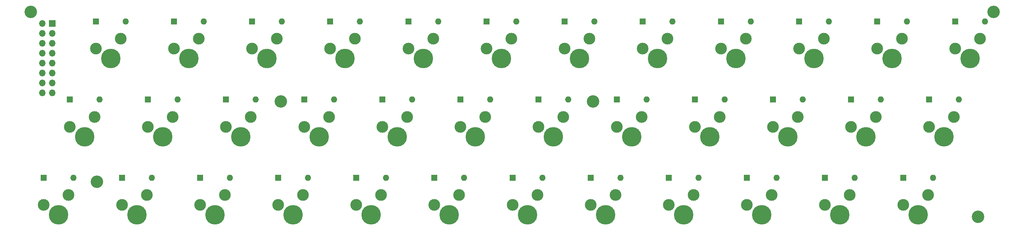
<source format=gbr>
%TF.GenerationSoftware,KiCad,Pcbnew,8.0.6*%
%TF.CreationDate,2026-02-10T22:10:33+01:00*%
%TF.ProjectId,keyboard,6b657962-6f61-4726-942e-6b696361645f,rev?*%
%TF.SameCoordinates,Original*%
%TF.FileFunction,Soldermask,Top*%
%TF.FilePolarity,Negative*%
%FSLAX46Y46*%
G04 Gerber Fmt 4.6, Leading zero omitted, Abs format (unit mm)*
G04 Created by KiCad (PCBNEW 8.0.6) date 2026-02-10 22:10:33*
%MOMM*%
%LPD*%
G01*
G04 APERTURE LIST*
%ADD10C,3.200000*%
%ADD11R,1.600000X1.600000*%
%ADD12O,1.600000X1.600000*%
%ADD13C,3.000000*%
%ADD14C,5.000000*%
%ADD15R,1.700000X1.700000*%
%ADD16O,1.700000X1.700000*%
G04 APERTURE END LIST*
D10*
%TO.C,REF\u002A\u002A*%
X272500000Y-85000000D03*
%TD*%
D11*
%TO.C,D27*%
X73356667Y-75000000D03*
D12*
X80976667Y-75000000D03*
%TD*%
D11*
%TO.C,D32*%
X173356667Y-75000000D03*
D12*
X180976667Y-75000000D03*
%TD*%
D13*
%TO.C,SW6*%
X146690000Y-41960000D03*
D14*
X150500000Y-44500000D03*
D13*
X153040000Y-39420000D03*
%TD*%
D11*
%TO.C,D10*%
X226690000Y-35000000D03*
D12*
X234310000Y-35000000D03*
%TD*%
D11*
%TO.C,D26*%
X53356667Y-75000000D03*
D12*
X60976667Y-75000000D03*
%TD*%
D13*
%TO.C,SW29*%
X113356667Y-81960000D03*
D14*
X117166667Y-84500000D03*
D13*
X119706667Y-79420000D03*
%TD*%
%TO.C,SW35*%
X233356667Y-81960000D03*
D14*
X237166667Y-84500000D03*
D13*
X239706667Y-79420000D03*
%TD*%
D11*
%TO.C,D22*%
X220023333Y-55000000D03*
D12*
X227643333Y-55000000D03*
%TD*%
D13*
%TO.C,SW4*%
X106690000Y-41960000D03*
D14*
X110500000Y-44500000D03*
D13*
X113040000Y-39420000D03*
%TD*%
%TO.C,SW13*%
X40023333Y-61960000D03*
D14*
X43833333Y-64500000D03*
D13*
X46373333Y-59420000D03*
%TD*%
%TO.C,SW1*%
X46690000Y-41960000D03*
D14*
X50500000Y-44500000D03*
D13*
X53040000Y-39420000D03*
%TD*%
%TO.C,SW20*%
X180023333Y-61960000D03*
D14*
X183833333Y-64500000D03*
D13*
X186373333Y-59420000D03*
%TD*%
D11*
%TO.C,D13*%
X40023333Y-55000000D03*
D12*
X47643333Y-55000000D03*
%TD*%
D11*
%TO.C,D17*%
X120023333Y-55000000D03*
D12*
X127643333Y-55000000D03*
%TD*%
D11*
%TO.C,D15*%
X80023333Y-55000000D03*
D12*
X87643333Y-55000000D03*
%TD*%
D11*
%TO.C,D3*%
X86690000Y-35000000D03*
D12*
X94310000Y-35000000D03*
%TD*%
D13*
%TO.C,SW5*%
X126690000Y-41960000D03*
D14*
X130500000Y-44500000D03*
D13*
X133040000Y-39420000D03*
%TD*%
%TO.C,SW36*%
X253356667Y-81960000D03*
D14*
X257166667Y-84500000D03*
D13*
X259706667Y-79420000D03*
%TD*%
D11*
%TO.C,D21*%
X200023333Y-55000000D03*
D12*
X207643333Y-55000000D03*
%TD*%
D13*
%TO.C,SW12*%
X266690000Y-41960000D03*
D14*
X270500000Y-44500000D03*
D13*
X273040000Y-39420000D03*
%TD*%
%TO.C,SW3*%
X86690000Y-41960000D03*
D14*
X90500000Y-44500000D03*
D13*
X93040000Y-39420000D03*
%TD*%
%TO.C,SW23*%
X240023333Y-61960000D03*
D14*
X243833333Y-64500000D03*
D13*
X246373333Y-59420000D03*
%TD*%
D11*
%TO.C,D9*%
X206690000Y-35000000D03*
D12*
X214310000Y-35000000D03*
%TD*%
D13*
%TO.C,SW17*%
X120023333Y-61960000D03*
D14*
X123833333Y-64500000D03*
D13*
X126373333Y-59420000D03*
%TD*%
D11*
%TO.C,D12*%
X266690000Y-35000000D03*
D12*
X274310000Y-35000000D03*
%TD*%
D11*
%TO.C,D28*%
X93356667Y-75000000D03*
D12*
X100976667Y-75000000D03*
%TD*%
D13*
%TO.C,SW33*%
X193356667Y-81960000D03*
D14*
X197166667Y-84500000D03*
D13*
X199706667Y-79420000D03*
%TD*%
D11*
%TO.C,D1*%
X46690000Y-35000000D03*
D12*
X54310000Y-35000000D03*
%TD*%
D13*
%TO.C,SW18*%
X140023333Y-61960000D03*
D14*
X143833333Y-64500000D03*
D13*
X146373333Y-59420000D03*
%TD*%
D11*
%TO.C,D31*%
X153356667Y-75000000D03*
D12*
X160976667Y-75000000D03*
%TD*%
D11*
%TO.C,D33*%
X193356667Y-75000000D03*
D12*
X200976667Y-75000000D03*
%TD*%
D11*
%TO.C,D16*%
X100023333Y-55000000D03*
D12*
X107643333Y-55000000D03*
%TD*%
D11*
%TO.C,D5*%
X126690000Y-35000000D03*
D12*
X134310000Y-35000000D03*
%TD*%
D13*
%TO.C,SW34*%
X213356667Y-81960000D03*
D14*
X217166667Y-84500000D03*
D13*
X219706667Y-79420000D03*
%TD*%
%TO.C,SW26*%
X53356667Y-81960000D03*
D14*
X57166667Y-84500000D03*
D13*
X59706667Y-79420000D03*
%TD*%
D11*
%TO.C,D20*%
X180023333Y-55000000D03*
D12*
X187643333Y-55000000D03*
%TD*%
D13*
%TO.C,SW24*%
X260023333Y-61960000D03*
D14*
X263833333Y-64500000D03*
D13*
X266373333Y-59420000D03*
%TD*%
%TO.C,SW21*%
X200023333Y-61960000D03*
D14*
X203833333Y-64500000D03*
D13*
X206373333Y-59420000D03*
%TD*%
%TO.C,SW11*%
X246690000Y-41960000D03*
D14*
X250500000Y-44500000D03*
D13*
X253040000Y-39420000D03*
%TD*%
D11*
%TO.C,D25*%
X33356667Y-75000000D03*
D12*
X40976667Y-75000000D03*
%TD*%
D13*
%TO.C,SW27*%
X73356667Y-81960000D03*
D14*
X77166667Y-84500000D03*
D13*
X79706667Y-79420000D03*
%TD*%
D11*
%TO.C,D8*%
X186690000Y-35000000D03*
D12*
X194310000Y-35000000D03*
%TD*%
D11*
%TO.C,D18*%
X140023333Y-55000000D03*
D12*
X147643333Y-55000000D03*
%TD*%
D13*
%TO.C,SW2*%
X66690000Y-41960000D03*
D14*
X70500000Y-44500000D03*
D13*
X73040000Y-39420000D03*
%TD*%
%TO.C,SW10*%
X226690000Y-41960000D03*
D14*
X230500000Y-44500000D03*
D13*
X233040000Y-39420000D03*
%TD*%
%TO.C,SW28*%
X93356667Y-81960000D03*
D14*
X97166667Y-84500000D03*
D13*
X99706667Y-79420000D03*
%TD*%
%TO.C,SW32*%
X173356667Y-81960000D03*
D14*
X177166667Y-84500000D03*
D13*
X179706667Y-79420000D03*
%TD*%
%TO.C,SW19*%
X160023333Y-61960000D03*
D14*
X163833333Y-64500000D03*
D13*
X166373333Y-59420000D03*
%TD*%
D11*
%TO.C,D11*%
X246690000Y-35000000D03*
D12*
X254310000Y-35000000D03*
%TD*%
D11*
%TO.C,D4*%
X106690000Y-35000000D03*
D12*
X114310000Y-35000000D03*
%TD*%
D11*
%TO.C,D24*%
X260023333Y-55000000D03*
D12*
X267643333Y-55000000D03*
%TD*%
D13*
%TO.C,SW31*%
X153356667Y-81960000D03*
D14*
X157166667Y-84500000D03*
D13*
X159706667Y-79420000D03*
%TD*%
%TO.C,SW30*%
X133356667Y-81960000D03*
D14*
X137166667Y-84500000D03*
D13*
X139706667Y-79420000D03*
%TD*%
D11*
%TO.C,D23*%
X240023333Y-55000000D03*
D12*
X247643333Y-55000000D03*
%TD*%
D11*
%TO.C,D36*%
X253356667Y-75000000D03*
D12*
X260976667Y-75000000D03*
%TD*%
D13*
%TO.C,SW22*%
X220023333Y-61960000D03*
D14*
X223833333Y-64500000D03*
D13*
X226373333Y-59420000D03*
%TD*%
%TO.C,SW8*%
X186690000Y-41960000D03*
D14*
X190500000Y-44500000D03*
D13*
X193040000Y-39420000D03*
%TD*%
%TO.C,SW7*%
X166690000Y-41960000D03*
D14*
X170500000Y-44500000D03*
D13*
X173040000Y-39420000D03*
%TD*%
D11*
%TO.C,D19*%
X160023333Y-55000000D03*
D12*
X167643333Y-55000000D03*
%TD*%
D13*
%TO.C,SW16*%
X100023333Y-61960000D03*
D14*
X103833333Y-64500000D03*
D13*
X106373333Y-59420000D03*
%TD*%
%TO.C,SW25*%
X33356667Y-81960000D03*
D14*
X37166667Y-84500000D03*
D13*
X39706667Y-79420000D03*
%TD*%
D11*
%TO.C,D29*%
X113356667Y-75000000D03*
D12*
X120976667Y-75000000D03*
%TD*%
D11*
%TO.C,D30*%
X133356667Y-75000000D03*
D12*
X140976667Y-75000000D03*
%TD*%
D11*
%TO.C,D6*%
X146690000Y-35000000D03*
D12*
X154310000Y-35000000D03*
%TD*%
D11*
%TO.C,D14*%
X60023333Y-55000000D03*
D12*
X67643333Y-55000000D03*
%TD*%
D11*
%TO.C,D2*%
X66690000Y-35000000D03*
D12*
X74310000Y-35000000D03*
%TD*%
D13*
%TO.C,SW9*%
X206690000Y-41960000D03*
D14*
X210500000Y-44500000D03*
D13*
X213040000Y-39420000D03*
%TD*%
D11*
%TO.C,D35*%
X233356667Y-75000000D03*
D12*
X240976667Y-75000000D03*
%TD*%
D11*
%TO.C,D7*%
X166690000Y-35000000D03*
D12*
X174310000Y-35000000D03*
%TD*%
D11*
%TO.C,D34*%
X213356667Y-75000000D03*
D12*
X220976667Y-75000000D03*
%TD*%
D13*
%TO.C,SW14*%
X60023333Y-61960000D03*
D14*
X63833333Y-64500000D03*
D13*
X66373333Y-59420000D03*
%TD*%
%TO.C,SW15*%
X80023333Y-61960000D03*
D14*
X83833333Y-64500000D03*
D13*
X86373333Y-59420000D03*
%TD*%
D15*
%TO.C,J1*%
X35500000Y-35460000D03*
D16*
X32960000Y-35460000D03*
X35500000Y-38000000D03*
X32960000Y-38000000D03*
X35500000Y-40540000D03*
X32960000Y-40540000D03*
X35500000Y-43080000D03*
X32960000Y-43080000D03*
X35500000Y-45620000D03*
X32960000Y-45620000D03*
X35500000Y-48160000D03*
X32960000Y-48160000D03*
X35500000Y-50700000D03*
X32960000Y-50700000D03*
X35500000Y-53240000D03*
X32960000Y-53240000D03*
%TD*%
D10*
%TO.C,*%
X94000000Y-55500000D03*
%TD*%
%TO.C,*%
X174000000Y-55500000D03*
%TD*%
%TO.C,*%
X47000000Y-76000000D03*
%TD*%
%TO.C,*%
X30000000Y-32500000D03*
%TD*%
%TO.C,*%
X276500000Y-32500000D03*
%TD*%
M02*

</source>
